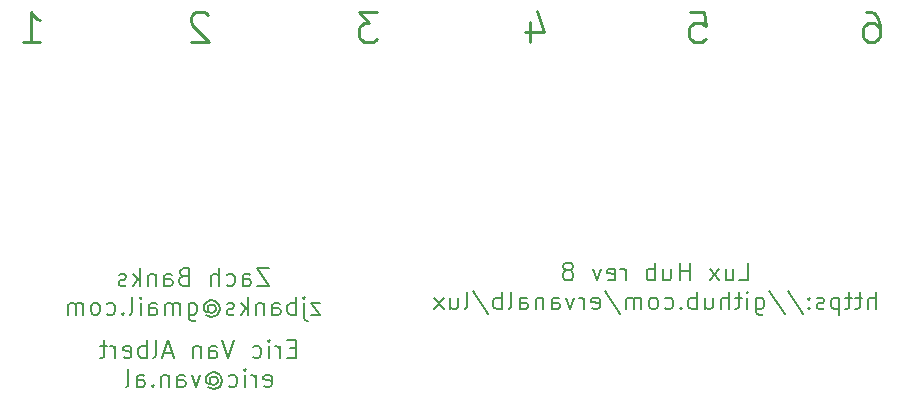
<source format=gbo>
G04 #@! TF.FileFunction,Legend,Bot*
%FSLAX46Y46*%
G04 Gerber Fmt 4.6, Leading zero omitted, Abs format (unit mm)*
G04 Created by KiCad (PCBNEW 4.0.7-e2-6376~58~ubuntu16.04.1) date Tue May 15 22:23:54 2018*
%MOMM*%
%LPD*%
G01*
G04 APERTURE LIST*
%ADD10C,0.150000*%
%ADD11C,0.228600*%
%ADD12C,0.203200*%
G04 APERTURE END LIST*
D10*
D11*
X112299809Y-73306952D02*
X112776000Y-73306952D01*
X113014095Y-73426000D01*
X113133143Y-73545048D01*
X113371238Y-73902190D01*
X113490286Y-74378381D01*
X113490286Y-75330762D01*
X113371238Y-75568857D01*
X113252190Y-75687905D01*
X113014095Y-75806952D01*
X112537905Y-75806952D01*
X112299809Y-75687905D01*
X112180762Y-75568857D01*
X112061714Y-75330762D01*
X112061714Y-74735524D01*
X112180762Y-74497429D01*
X112299809Y-74378381D01*
X112537905Y-74259333D01*
X113014095Y-74259333D01*
X113252190Y-74378381D01*
X113371238Y-74497429D01*
X113490286Y-74735524D01*
X97448762Y-73306952D02*
X98639238Y-73306952D01*
X98758286Y-74497429D01*
X98639238Y-74378381D01*
X98401143Y-74259333D01*
X97805905Y-74259333D01*
X97567809Y-74378381D01*
X97448762Y-74497429D01*
X97329714Y-74735524D01*
X97329714Y-75330762D01*
X97448762Y-75568857D01*
X97567809Y-75687905D01*
X97805905Y-75806952D01*
X98401143Y-75806952D01*
X98639238Y-75687905D01*
X98758286Y-75568857D01*
X83851809Y-74140286D02*
X83851809Y-75806952D01*
X84447047Y-73187905D02*
X85042286Y-74973619D01*
X83494666Y-74973619D01*
X70937333Y-73306952D02*
X69389714Y-73306952D01*
X70223047Y-74259333D01*
X69865905Y-74259333D01*
X69627809Y-74378381D01*
X69508762Y-74497429D01*
X69389714Y-74735524D01*
X69389714Y-75330762D01*
X69508762Y-75568857D01*
X69627809Y-75687905D01*
X69865905Y-75806952D01*
X70580190Y-75806952D01*
X70818286Y-75687905D01*
X70937333Y-75568857D01*
X56594286Y-73545048D02*
X56475238Y-73426000D01*
X56237143Y-73306952D01*
X55641905Y-73306952D01*
X55403809Y-73426000D01*
X55284762Y-73545048D01*
X55165714Y-73783143D01*
X55165714Y-74021238D01*
X55284762Y-74378381D01*
X56713333Y-75806952D01*
X55165714Y-75806952D01*
X40941714Y-75806952D02*
X42370286Y-75806952D01*
X41656000Y-75806952D02*
X41656000Y-73306952D01*
X41894095Y-73664095D01*
X42132190Y-73902190D01*
X42370286Y-74021238D01*
D12*
X64058570Y-101790257D02*
X63558570Y-101790257D01*
X63344284Y-102575971D02*
X64058570Y-102575971D01*
X64058570Y-101075971D01*
X63344284Y-101075971D01*
X62701427Y-102575971D02*
X62701427Y-101575971D01*
X62701427Y-101861686D02*
X62629999Y-101718829D01*
X62558570Y-101647400D01*
X62415713Y-101575971D01*
X62272856Y-101575971D01*
X61772856Y-102575971D02*
X61772856Y-101575971D01*
X61772856Y-101075971D02*
X61844285Y-101147400D01*
X61772856Y-101218829D01*
X61701428Y-101147400D01*
X61772856Y-101075971D01*
X61772856Y-101218829D01*
X60415713Y-102504543D02*
X60558570Y-102575971D01*
X60844284Y-102575971D01*
X60987142Y-102504543D01*
X61058570Y-102433114D01*
X61129999Y-102290257D01*
X61129999Y-101861686D01*
X61058570Y-101718829D01*
X60987142Y-101647400D01*
X60844284Y-101575971D01*
X60558570Y-101575971D01*
X60415713Y-101647400D01*
X58844285Y-101075971D02*
X58344285Y-102575971D01*
X57844285Y-101075971D01*
X56701428Y-102575971D02*
X56701428Y-101790257D01*
X56772857Y-101647400D01*
X56915714Y-101575971D01*
X57201428Y-101575971D01*
X57344285Y-101647400D01*
X56701428Y-102504543D02*
X56844285Y-102575971D01*
X57201428Y-102575971D01*
X57344285Y-102504543D01*
X57415714Y-102361686D01*
X57415714Y-102218829D01*
X57344285Y-102075971D01*
X57201428Y-102004543D01*
X56844285Y-102004543D01*
X56701428Y-101933114D01*
X55987142Y-101575971D02*
X55987142Y-102575971D01*
X55987142Y-101718829D02*
X55915714Y-101647400D01*
X55772856Y-101575971D01*
X55558571Y-101575971D01*
X55415714Y-101647400D01*
X55344285Y-101790257D01*
X55344285Y-102575971D01*
X53558571Y-102147400D02*
X52844285Y-102147400D01*
X53701428Y-102575971D02*
X53201428Y-101075971D01*
X52701428Y-102575971D01*
X51987142Y-102575971D02*
X52130000Y-102504543D01*
X52201428Y-102361686D01*
X52201428Y-101075971D01*
X51415714Y-102575971D02*
X51415714Y-101075971D01*
X51415714Y-101647400D02*
X51272857Y-101575971D01*
X50987143Y-101575971D01*
X50844286Y-101647400D01*
X50772857Y-101718829D01*
X50701428Y-101861686D01*
X50701428Y-102290257D01*
X50772857Y-102433114D01*
X50844286Y-102504543D01*
X50987143Y-102575971D01*
X51272857Y-102575971D01*
X51415714Y-102504543D01*
X49487143Y-102504543D02*
X49630000Y-102575971D01*
X49915714Y-102575971D01*
X50058571Y-102504543D01*
X50130000Y-102361686D01*
X50130000Y-101790257D01*
X50058571Y-101647400D01*
X49915714Y-101575971D01*
X49630000Y-101575971D01*
X49487143Y-101647400D01*
X49415714Y-101790257D01*
X49415714Y-101933114D01*
X50130000Y-102075971D01*
X48772857Y-102575971D02*
X48772857Y-101575971D01*
X48772857Y-101861686D02*
X48701429Y-101718829D01*
X48630000Y-101647400D01*
X48487143Y-101575971D01*
X48344286Y-101575971D01*
X48058572Y-101575971D02*
X47487143Y-101575971D01*
X47844286Y-101075971D02*
X47844286Y-102361686D01*
X47772858Y-102504543D01*
X47630000Y-102575971D01*
X47487143Y-102575971D01*
X61380000Y-104957743D02*
X61522857Y-105029171D01*
X61808571Y-105029171D01*
X61951428Y-104957743D01*
X62022857Y-104814886D01*
X62022857Y-104243457D01*
X61951428Y-104100600D01*
X61808571Y-104029171D01*
X61522857Y-104029171D01*
X61380000Y-104100600D01*
X61308571Y-104243457D01*
X61308571Y-104386314D01*
X62022857Y-104529171D01*
X60665714Y-105029171D02*
X60665714Y-104029171D01*
X60665714Y-104314886D02*
X60594286Y-104172029D01*
X60522857Y-104100600D01*
X60380000Y-104029171D01*
X60237143Y-104029171D01*
X59737143Y-105029171D02*
X59737143Y-104029171D01*
X59737143Y-103529171D02*
X59808572Y-103600600D01*
X59737143Y-103672029D01*
X59665715Y-103600600D01*
X59737143Y-103529171D01*
X59737143Y-103672029D01*
X58380000Y-104957743D02*
X58522857Y-105029171D01*
X58808571Y-105029171D01*
X58951429Y-104957743D01*
X59022857Y-104886314D01*
X59094286Y-104743457D01*
X59094286Y-104314886D01*
X59022857Y-104172029D01*
X58951429Y-104100600D01*
X58808571Y-104029171D01*
X58522857Y-104029171D01*
X58380000Y-104100600D01*
X56808572Y-104314886D02*
X56880000Y-104243457D01*
X57022857Y-104172029D01*
X57165715Y-104172029D01*
X57308572Y-104243457D01*
X57380000Y-104314886D01*
X57451429Y-104457743D01*
X57451429Y-104600600D01*
X57380000Y-104743457D01*
X57308572Y-104814886D01*
X57165715Y-104886314D01*
X57022857Y-104886314D01*
X56880000Y-104814886D01*
X56808572Y-104743457D01*
X56808572Y-104172029D02*
X56808572Y-104743457D01*
X56737143Y-104814886D01*
X56665715Y-104814886D01*
X56522857Y-104743457D01*
X56451429Y-104600600D01*
X56451429Y-104243457D01*
X56594286Y-104029171D01*
X56808572Y-103886314D01*
X57094286Y-103814886D01*
X57380000Y-103886314D01*
X57594286Y-104029171D01*
X57737143Y-104243457D01*
X57808572Y-104529171D01*
X57737143Y-104814886D01*
X57594286Y-105029171D01*
X57380000Y-105172029D01*
X57094286Y-105243457D01*
X56808572Y-105172029D01*
X56594286Y-105029171D01*
X55951429Y-104029171D02*
X55594286Y-105029171D01*
X55237144Y-104029171D01*
X54022858Y-105029171D02*
X54022858Y-104243457D01*
X54094287Y-104100600D01*
X54237144Y-104029171D01*
X54522858Y-104029171D01*
X54665715Y-104100600D01*
X54022858Y-104957743D02*
X54165715Y-105029171D01*
X54522858Y-105029171D01*
X54665715Y-104957743D01*
X54737144Y-104814886D01*
X54737144Y-104672029D01*
X54665715Y-104529171D01*
X54522858Y-104457743D01*
X54165715Y-104457743D01*
X54022858Y-104386314D01*
X53308572Y-104029171D02*
X53308572Y-105029171D01*
X53308572Y-104172029D02*
X53237144Y-104100600D01*
X53094286Y-104029171D01*
X52880001Y-104029171D01*
X52737144Y-104100600D01*
X52665715Y-104243457D01*
X52665715Y-105029171D01*
X51951429Y-104886314D02*
X51880001Y-104957743D01*
X51951429Y-105029171D01*
X52022858Y-104957743D01*
X51951429Y-104886314D01*
X51951429Y-105029171D01*
X50594286Y-105029171D02*
X50594286Y-104243457D01*
X50665715Y-104100600D01*
X50808572Y-104029171D01*
X51094286Y-104029171D01*
X51237143Y-104100600D01*
X50594286Y-104957743D02*
X50737143Y-105029171D01*
X51094286Y-105029171D01*
X51237143Y-104957743D01*
X51308572Y-104814886D01*
X51308572Y-104672029D01*
X51237143Y-104529171D01*
X51094286Y-104457743D01*
X50737143Y-104457743D01*
X50594286Y-104386314D01*
X49665714Y-105029171D02*
X49808572Y-104957743D01*
X49880000Y-104814886D01*
X49880000Y-103529171D01*
X61764857Y-94979971D02*
X60764857Y-94979971D01*
X61764857Y-96479971D01*
X60764857Y-96479971D01*
X59550572Y-96479971D02*
X59550572Y-95694257D01*
X59622001Y-95551400D01*
X59764858Y-95479971D01*
X60050572Y-95479971D01*
X60193429Y-95551400D01*
X59550572Y-96408543D02*
X59693429Y-96479971D01*
X60050572Y-96479971D01*
X60193429Y-96408543D01*
X60264858Y-96265686D01*
X60264858Y-96122829D01*
X60193429Y-95979971D01*
X60050572Y-95908543D01*
X59693429Y-95908543D01*
X59550572Y-95837114D01*
X58193429Y-96408543D02*
X58336286Y-96479971D01*
X58622000Y-96479971D01*
X58764858Y-96408543D01*
X58836286Y-96337114D01*
X58907715Y-96194257D01*
X58907715Y-95765686D01*
X58836286Y-95622829D01*
X58764858Y-95551400D01*
X58622000Y-95479971D01*
X58336286Y-95479971D01*
X58193429Y-95551400D01*
X57550572Y-96479971D02*
X57550572Y-94979971D01*
X56907715Y-96479971D02*
X56907715Y-95694257D01*
X56979144Y-95551400D01*
X57122001Y-95479971D01*
X57336286Y-95479971D01*
X57479144Y-95551400D01*
X57550572Y-95622829D01*
X54550572Y-95694257D02*
X54336286Y-95765686D01*
X54264858Y-95837114D01*
X54193429Y-95979971D01*
X54193429Y-96194257D01*
X54264858Y-96337114D01*
X54336286Y-96408543D01*
X54479144Y-96479971D01*
X55050572Y-96479971D01*
X55050572Y-94979971D01*
X54550572Y-94979971D01*
X54407715Y-95051400D01*
X54336286Y-95122829D01*
X54264858Y-95265686D01*
X54264858Y-95408543D01*
X54336286Y-95551400D01*
X54407715Y-95622829D01*
X54550572Y-95694257D01*
X55050572Y-95694257D01*
X52907715Y-96479971D02*
X52907715Y-95694257D01*
X52979144Y-95551400D01*
X53122001Y-95479971D01*
X53407715Y-95479971D01*
X53550572Y-95551400D01*
X52907715Y-96408543D02*
X53050572Y-96479971D01*
X53407715Y-96479971D01*
X53550572Y-96408543D01*
X53622001Y-96265686D01*
X53622001Y-96122829D01*
X53550572Y-95979971D01*
X53407715Y-95908543D01*
X53050572Y-95908543D01*
X52907715Y-95837114D01*
X52193429Y-95479971D02*
X52193429Y-96479971D01*
X52193429Y-95622829D02*
X52122001Y-95551400D01*
X51979143Y-95479971D01*
X51764858Y-95479971D01*
X51622001Y-95551400D01*
X51550572Y-95694257D01*
X51550572Y-96479971D01*
X50836286Y-96479971D02*
X50836286Y-94979971D01*
X50693429Y-95908543D02*
X50264858Y-96479971D01*
X50264858Y-95479971D02*
X50836286Y-96051400D01*
X49693429Y-96408543D02*
X49550572Y-96479971D01*
X49264857Y-96479971D01*
X49122000Y-96408543D01*
X49050572Y-96265686D01*
X49050572Y-96194257D01*
X49122000Y-96051400D01*
X49264857Y-95979971D01*
X49479143Y-95979971D01*
X49622000Y-95908543D01*
X49693429Y-95765686D01*
X49693429Y-95694257D01*
X49622000Y-95551400D01*
X49479143Y-95479971D01*
X49264857Y-95479971D01*
X49122000Y-95551400D01*
X66122000Y-97933171D02*
X65336286Y-97933171D01*
X66122000Y-98933171D01*
X65336286Y-98933171D01*
X64764857Y-97933171D02*
X64764857Y-99218886D01*
X64836286Y-99361743D01*
X64979143Y-99433171D01*
X65050571Y-99433171D01*
X64764857Y-97433171D02*
X64836286Y-97504600D01*
X64764857Y-97576029D01*
X64693429Y-97504600D01*
X64764857Y-97433171D01*
X64764857Y-97576029D01*
X64050571Y-98933171D02*
X64050571Y-97433171D01*
X64050571Y-98004600D02*
X63907714Y-97933171D01*
X63622000Y-97933171D01*
X63479143Y-98004600D01*
X63407714Y-98076029D01*
X63336285Y-98218886D01*
X63336285Y-98647457D01*
X63407714Y-98790314D01*
X63479143Y-98861743D01*
X63622000Y-98933171D01*
X63907714Y-98933171D01*
X64050571Y-98861743D01*
X62050571Y-98933171D02*
X62050571Y-98147457D01*
X62122000Y-98004600D01*
X62264857Y-97933171D01*
X62550571Y-97933171D01*
X62693428Y-98004600D01*
X62050571Y-98861743D02*
X62193428Y-98933171D01*
X62550571Y-98933171D01*
X62693428Y-98861743D01*
X62764857Y-98718886D01*
X62764857Y-98576029D01*
X62693428Y-98433171D01*
X62550571Y-98361743D01*
X62193428Y-98361743D01*
X62050571Y-98290314D01*
X61336285Y-97933171D02*
X61336285Y-98933171D01*
X61336285Y-98076029D02*
X61264857Y-98004600D01*
X61121999Y-97933171D01*
X60907714Y-97933171D01*
X60764857Y-98004600D01*
X60693428Y-98147457D01*
X60693428Y-98933171D01*
X59979142Y-98933171D02*
X59979142Y-97433171D01*
X59836285Y-98361743D02*
X59407714Y-98933171D01*
X59407714Y-97933171D02*
X59979142Y-98504600D01*
X58836285Y-98861743D02*
X58693428Y-98933171D01*
X58407713Y-98933171D01*
X58264856Y-98861743D01*
X58193428Y-98718886D01*
X58193428Y-98647457D01*
X58264856Y-98504600D01*
X58407713Y-98433171D01*
X58621999Y-98433171D01*
X58764856Y-98361743D01*
X58836285Y-98218886D01*
X58836285Y-98147457D01*
X58764856Y-98004600D01*
X58621999Y-97933171D01*
X58407713Y-97933171D01*
X58264856Y-98004600D01*
X56621999Y-98218886D02*
X56693427Y-98147457D01*
X56836284Y-98076029D01*
X56979142Y-98076029D01*
X57121999Y-98147457D01*
X57193427Y-98218886D01*
X57264856Y-98361743D01*
X57264856Y-98504600D01*
X57193427Y-98647457D01*
X57121999Y-98718886D01*
X56979142Y-98790314D01*
X56836284Y-98790314D01*
X56693427Y-98718886D01*
X56621999Y-98647457D01*
X56621999Y-98076029D02*
X56621999Y-98647457D01*
X56550570Y-98718886D01*
X56479142Y-98718886D01*
X56336284Y-98647457D01*
X56264856Y-98504600D01*
X56264856Y-98147457D01*
X56407713Y-97933171D01*
X56621999Y-97790314D01*
X56907713Y-97718886D01*
X57193427Y-97790314D01*
X57407713Y-97933171D01*
X57550570Y-98147457D01*
X57621999Y-98433171D01*
X57550570Y-98718886D01*
X57407713Y-98933171D01*
X57193427Y-99076029D01*
X56907713Y-99147457D01*
X56621999Y-99076029D01*
X56407713Y-98933171D01*
X54979142Y-97933171D02*
X54979142Y-99147457D01*
X55050571Y-99290314D01*
X55121999Y-99361743D01*
X55264856Y-99433171D01*
X55479142Y-99433171D01*
X55621999Y-99361743D01*
X54979142Y-98861743D02*
X55121999Y-98933171D01*
X55407713Y-98933171D01*
X55550571Y-98861743D01*
X55621999Y-98790314D01*
X55693428Y-98647457D01*
X55693428Y-98218886D01*
X55621999Y-98076029D01*
X55550571Y-98004600D01*
X55407713Y-97933171D01*
X55121999Y-97933171D01*
X54979142Y-98004600D01*
X54264856Y-98933171D02*
X54264856Y-97933171D01*
X54264856Y-98076029D02*
X54193428Y-98004600D01*
X54050570Y-97933171D01*
X53836285Y-97933171D01*
X53693428Y-98004600D01*
X53621999Y-98147457D01*
X53621999Y-98933171D01*
X53621999Y-98147457D02*
X53550570Y-98004600D01*
X53407713Y-97933171D01*
X53193428Y-97933171D01*
X53050570Y-98004600D01*
X52979142Y-98147457D01*
X52979142Y-98933171D01*
X51621999Y-98933171D02*
X51621999Y-98147457D01*
X51693428Y-98004600D01*
X51836285Y-97933171D01*
X52121999Y-97933171D01*
X52264856Y-98004600D01*
X51621999Y-98861743D02*
X51764856Y-98933171D01*
X52121999Y-98933171D01*
X52264856Y-98861743D01*
X52336285Y-98718886D01*
X52336285Y-98576029D01*
X52264856Y-98433171D01*
X52121999Y-98361743D01*
X51764856Y-98361743D01*
X51621999Y-98290314D01*
X50907713Y-98933171D02*
X50907713Y-97933171D01*
X50907713Y-97433171D02*
X50979142Y-97504600D01*
X50907713Y-97576029D01*
X50836285Y-97504600D01*
X50907713Y-97433171D01*
X50907713Y-97576029D01*
X49979141Y-98933171D02*
X50121999Y-98861743D01*
X50193427Y-98718886D01*
X50193427Y-97433171D01*
X49407713Y-98790314D02*
X49336285Y-98861743D01*
X49407713Y-98933171D01*
X49479142Y-98861743D01*
X49407713Y-98790314D01*
X49407713Y-98933171D01*
X48050570Y-98861743D02*
X48193427Y-98933171D01*
X48479141Y-98933171D01*
X48621999Y-98861743D01*
X48693427Y-98790314D01*
X48764856Y-98647457D01*
X48764856Y-98218886D01*
X48693427Y-98076029D01*
X48621999Y-98004600D01*
X48479141Y-97933171D01*
X48193427Y-97933171D01*
X48050570Y-98004600D01*
X47193427Y-98933171D02*
X47336285Y-98861743D01*
X47407713Y-98790314D01*
X47479142Y-98647457D01*
X47479142Y-98218886D01*
X47407713Y-98076029D01*
X47336285Y-98004600D01*
X47193427Y-97933171D01*
X46979142Y-97933171D01*
X46836285Y-98004600D01*
X46764856Y-98076029D01*
X46693427Y-98218886D01*
X46693427Y-98647457D01*
X46764856Y-98790314D01*
X46836285Y-98861743D01*
X46979142Y-98933171D01*
X47193427Y-98933171D01*
X46050570Y-98933171D02*
X46050570Y-97933171D01*
X46050570Y-98076029D02*
X45979142Y-98004600D01*
X45836284Y-97933171D01*
X45621999Y-97933171D01*
X45479142Y-98004600D01*
X45407713Y-98147457D01*
X45407713Y-98933171D01*
X45407713Y-98147457D02*
X45336284Y-98004600D01*
X45193427Y-97933171D01*
X44979142Y-97933171D01*
X44836284Y-98004600D01*
X44764856Y-98147457D01*
X44764856Y-98933171D01*
X101610228Y-96022771D02*
X102324514Y-96022771D01*
X102324514Y-94522771D01*
X100467371Y-95022771D02*
X100467371Y-96022771D01*
X101110228Y-95022771D02*
X101110228Y-95808486D01*
X101038800Y-95951343D01*
X100895942Y-96022771D01*
X100681657Y-96022771D01*
X100538800Y-95951343D01*
X100467371Y-95879914D01*
X99895942Y-96022771D02*
X99110228Y-95022771D01*
X99895942Y-95022771D02*
X99110228Y-96022771D01*
X97395942Y-96022771D02*
X97395942Y-94522771D01*
X97395942Y-95237057D02*
X96538799Y-95237057D01*
X96538799Y-96022771D02*
X96538799Y-94522771D01*
X95181656Y-95022771D02*
X95181656Y-96022771D01*
X95824513Y-95022771D02*
X95824513Y-95808486D01*
X95753085Y-95951343D01*
X95610227Y-96022771D01*
X95395942Y-96022771D01*
X95253085Y-95951343D01*
X95181656Y-95879914D01*
X94467370Y-96022771D02*
X94467370Y-94522771D01*
X94467370Y-95094200D02*
X94324513Y-95022771D01*
X94038799Y-95022771D01*
X93895942Y-95094200D01*
X93824513Y-95165629D01*
X93753084Y-95308486D01*
X93753084Y-95737057D01*
X93824513Y-95879914D01*
X93895942Y-95951343D01*
X94038799Y-96022771D01*
X94324513Y-96022771D01*
X94467370Y-95951343D01*
X91967370Y-96022771D02*
X91967370Y-95022771D01*
X91967370Y-95308486D02*
X91895942Y-95165629D01*
X91824513Y-95094200D01*
X91681656Y-95022771D01*
X91538799Y-95022771D01*
X90467371Y-95951343D02*
X90610228Y-96022771D01*
X90895942Y-96022771D01*
X91038799Y-95951343D01*
X91110228Y-95808486D01*
X91110228Y-95237057D01*
X91038799Y-95094200D01*
X90895942Y-95022771D01*
X90610228Y-95022771D01*
X90467371Y-95094200D01*
X90395942Y-95237057D01*
X90395942Y-95379914D01*
X91110228Y-95522771D01*
X89895942Y-95022771D02*
X89538799Y-96022771D01*
X89181657Y-95022771D01*
X87253085Y-95165629D02*
X87395943Y-95094200D01*
X87467371Y-95022771D01*
X87538800Y-94879914D01*
X87538800Y-94808486D01*
X87467371Y-94665629D01*
X87395943Y-94594200D01*
X87253085Y-94522771D01*
X86967371Y-94522771D01*
X86824514Y-94594200D01*
X86753085Y-94665629D01*
X86681657Y-94808486D01*
X86681657Y-94879914D01*
X86753085Y-95022771D01*
X86824514Y-95094200D01*
X86967371Y-95165629D01*
X87253085Y-95165629D01*
X87395943Y-95237057D01*
X87467371Y-95308486D01*
X87538800Y-95451343D01*
X87538800Y-95737057D01*
X87467371Y-95879914D01*
X87395943Y-95951343D01*
X87253085Y-96022771D01*
X86967371Y-96022771D01*
X86824514Y-95951343D01*
X86753085Y-95879914D01*
X86681657Y-95737057D01*
X86681657Y-95451343D01*
X86753085Y-95308486D01*
X86824514Y-95237057D01*
X86967371Y-95165629D01*
X113145944Y-98475971D02*
X113145944Y-96975971D01*
X112503087Y-98475971D02*
X112503087Y-97690257D01*
X112574516Y-97547400D01*
X112717373Y-97475971D01*
X112931658Y-97475971D01*
X113074516Y-97547400D01*
X113145944Y-97618829D01*
X112003087Y-97475971D02*
X111431658Y-97475971D01*
X111788801Y-96975971D02*
X111788801Y-98261686D01*
X111717373Y-98404543D01*
X111574515Y-98475971D01*
X111431658Y-98475971D01*
X111145944Y-97475971D02*
X110574515Y-97475971D01*
X110931658Y-96975971D02*
X110931658Y-98261686D01*
X110860230Y-98404543D01*
X110717372Y-98475971D01*
X110574515Y-98475971D01*
X110074515Y-97475971D02*
X110074515Y-98975971D01*
X110074515Y-97547400D02*
X109931658Y-97475971D01*
X109645944Y-97475971D01*
X109503087Y-97547400D01*
X109431658Y-97618829D01*
X109360229Y-97761686D01*
X109360229Y-98190257D01*
X109431658Y-98333114D01*
X109503087Y-98404543D01*
X109645944Y-98475971D01*
X109931658Y-98475971D01*
X110074515Y-98404543D01*
X108788801Y-98404543D02*
X108645944Y-98475971D01*
X108360229Y-98475971D01*
X108217372Y-98404543D01*
X108145944Y-98261686D01*
X108145944Y-98190257D01*
X108217372Y-98047400D01*
X108360229Y-97975971D01*
X108574515Y-97975971D01*
X108717372Y-97904543D01*
X108788801Y-97761686D01*
X108788801Y-97690257D01*
X108717372Y-97547400D01*
X108574515Y-97475971D01*
X108360229Y-97475971D01*
X108217372Y-97547400D01*
X107503086Y-98333114D02*
X107431658Y-98404543D01*
X107503086Y-98475971D01*
X107574515Y-98404543D01*
X107503086Y-98333114D01*
X107503086Y-98475971D01*
X107503086Y-97547400D02*
X107431658Y-97618829D01*
X107503086Y-97690257D01*
X107574515Y-97618829D01*
X107503086Y-97547400D01*
X107503086Y-97690257D01*
X105717372Y-96904543D02*
X107003086Y-98833114D01*
X104145943Y-96904543D02*
X105431657Y-98833114D01*
X103003085Y-97475971D02*
X103003085Y-98690257D01*
X103074514Y-98833114D01*
X103145942Y-98904543D01*
X103288799Y-98975971D01*
X103503085Y-98975971D01*
X103645942Y-98904543D01*
X103003085Y-98404543D02*
X103145942Y-98475971D01*
X103431656Y-98475971D01*
X103574514Y-98404543D01*
X103645942Y-98333114D01*
X103717371Y-98190257D01*
X103717371Y-97761686D01*
X103645942Y-97618829D01*
X103574514Y-97547400D01*
X103431656Y-97475971D01*
X103145942Y-97475971D01*
X103003085Y-97547400D01*
X102288799Y-98475971D02*
X102288799Y-97475971D01*
X102288799Y-96975971D02*
X102360228Y-97047400D01*
X102288799Y-97118829D01*
X102217371Y-97047400D01*
X102288799Y-96975971D01*
X102288799Y-97118829D01*
X101788799Y-97475971D02*
X101217370Y-97475971D01*
X101574513Y-96975971D02*
X101574513Y-98261686D01*
X101503085Y-98404543D01*
X101360227Y-98475971D01*
X101217370Y-98475971D01*
X100717370Y-98475971D02*
X100717370Y-96975971D01*
X100074513Y-98475971D02*
X100074513Y-97690257D01*
X100145942Y-97547400D01*
X100288799Y-97475971D01*
X100503084Y-97475971D01*
X100645942Y-97547400D01*
X100717370Y-97618829D01*
X98717370Y-97475971D02*
X98717370Y-98475971D01*
X99360227Y-97475971D02*
X99360227Y-98261686D01*
X99288799Y-98404543D01*
X99145941Y-98475971D01*
X98931656Y-98475971D01*
X98788799Y-98404543D01*
X98717370Y-98333114D01*
X98003084Y-98475971D02*
X98003084Y-96975971D01*
X98003084Y-97547400D02*
X97860227Y-97475971D01*
X97574513Y-97475971D01*
X97431656Y-97547400D01*
X97360227Y-97618829D01*
X97288798Y-97761686D01*
X97288798Y-98190257D01*
X97360227Y-98333114D01*
X97431656Y-98404543D01*
X97574513Y-98475971D01*
X97860227Y-98475971D01*
X98003084Y-98404543D01*
X96645941Y-98333114D02*
X96574513Y-98404543D01*
X96645941Y-98475971D01*
X96717370Y-98404543D01*
X96645941Y-98333114D01*
X96645941Y-98475971D01*
X95288798Y-98404543D02*
X95431655Y-98475971D01*
X95717369Y-98475971D01*
X95860227Y-98404543D01*
X95931655Y-98333114D01*
X96003084Y-98190257D01*
X96003084Y-97761686D01*
X95931655Y-97618829D01*
X95860227Y-97547400D01*
X95717369Y-97475971D01*
X95431655Y-97475971D01*
X95288798Y-97547400D01*
X94431655Y-98475971D02*
X94574513Y-98404543D01*
X94645941Y-98333114D01*
X94717370Y-98190257D01*
X94717370Y-97761686D01*
X94645941Y-97618829D01*
X94574513Y-97547400D01*
X94431655Y-97475971D01*
X94217370Y-97475971D01*
X94074513Y-97547400D01*
X94003084Y-97618829D01*
X93931655Y-97761686D01*
X93931655Y-98190257D01*
X94003084Y-98333114D01*
X94074513Y-98404543D01*
X94217370Y-98475971D01*
X94431655Y-98475971D01*
X93288798Y-98475971D02*
X93288798Y-97475971D01*
X93288798Y-97618829D02*
X93217370Y-97547400D01*
X93074512Y-97475971D01*
X92860227Y-97475971D01*
X92717370Y-97547400D01*
X92645941Y-97690257D01*
X92645941Y-98475971D01*
X92645941Y-97690257D02*
X92574512Y-97547400D01*
X92431655Y-97475971D01*
X92217370Y-97475971D01*
X92074512Y-97547400D01*
X92003084Y-97690257D01*
X92003084Y-98475971D01*
X90217370Y-96904543D02*
X91503084Y-98833114D01*
X89145941Y-98404543D02*
X89288798Y-98475971D01*
X89574512Y-98475971D01*
X89717369Y-98404543D01*
X89788798Y-98261686D01*
X89788798Y-97690257D01*
X89717369Y-97547400D01*
X89574512Y-97475971D01*
X89288798Y-97475971D01*
X89145941Y-97547400D01*
X89074512Y-97690257D01*
X89074512Y-97833114D01*
X89788798Y-97975971D01*
X88431655Y-98475971D02*
X88431655Y-97475971D01*
X88431655Y-97761686D02*
X88360227Y-97618829D01*
X88288798Y-97547400D01*
X88145941Y-97475971D01*
X88003084Y-97475971D01*
X87645941Y-97475971D02*
X87288798Y-98475971D01*
X86931656Y-97475971D01*
X85717370Y-98475971D02*
X85717370Y-97690257D01*
X85788799Y-97547400D01*
X85931656Y-97475971D01*
X86217370Y-97475971D01*
X86360227Y-97547400D01*
X85717370Y-98404543D02*
X85860227Y-98475971D01*
X86217370Y-98475971D01*
X86360227Y-98404543D01*
X86431656Y-98261686D01*
X86431656Y-98118829D01*
X86360227Y-97975971D01*
X86217370Y-97904543D01*
X85860227Y-97904543D01*
X85717370Y-97833114D01*
X85003084Y-97475971D02*
X85003084Y-98475971D01*
X85003084Y-97618829D02*
X84931656Y-97547400D01*
X84788798Y-97475971D01*
X84574513Y-97475971D01*
X84431656Y-97547400D01*
X84360227Y-97690257D01*
X84360227Y-98475971D01*
X83003084Y-98475971D02*
X83003084Y-97690257D01*
X83074513Y-97547400D01*
X83217370Y-97475971D01*
X83503084Y-97475971D01*
X83645941Y-97547400D01*
X83003084Y-98404543D02*
X83145941Y-98475971D01*
X83503084Y-98475971D01*
X83645941Y-98404543D01*
X83717370Y-98261686D01*
X83717370Y-98118829D01*
X83645941Y-97975971D01*
X83503084Y-97904543D01*
X83145941Y-97904543D01*
X83003084Y-97833114D01*
X82074512Y-98475971D02*
X82217370Y-98404543D01*
X82288798Y-98261686D01*
X82288798Y-96975971D01*
X81503084Y-98475971D02*
X81503084Y-96975971D01*
X81503084Y-97547400D02*
X81360227Y-97475971D01*
X81074513Y-97475971D01*
X80931656Y-97547400D01*
X80860227Y-97618829D01*
X80788798Y-97761686D01*
X80788798Y-98190257D01*
X80860227Y-98333114D01*
X80931656Y-98404543D01*
X81074513Y-98475971D01*
X81360227Y-98475971D01*
X81503084Y-98404543D01*
X79074513Y-96904543D02*
X80360227Y-98833114D01*
X78360226Y-98475971D02*
X78503084Y-98404543D01*
X78574512Y-98261686D01*
X78574512Y-96975971D01*
X77145941Y-97475971D02*
X77145941Y-98475971D01*
X77788798Y-97475971D02*
X77788798Y-98261686D01*
X77717370Y-98404543D01*
X77574512Y-98475971D01*
X77360227Y-98475971D01*
X77217370Y-98404543D01*
X77145941Y-98333114D01*
X76574512Y-98475971D02*
X75788798Y-97475971D01*
X76574512Y-97475971D02*
X75788798Y-98475971D01*
M02*

</source>
